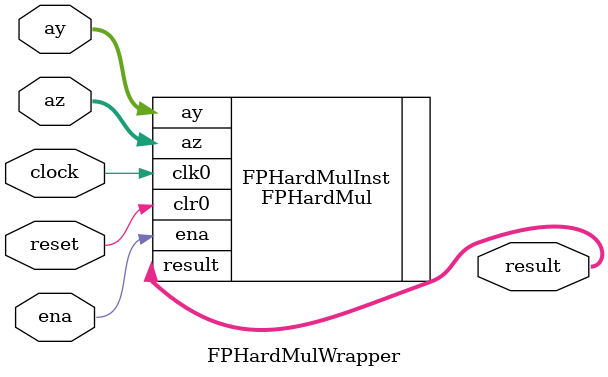
<source format=v>
module FPHardMulWrapper (
    input  wire        clock,
    input  wire        reset,
    input  wire        ena,
    input  wire [31:0] ay,
    input  wire [31:0] az,
    output wire [31:0] result
  );

  FPHardMul FPHardMulInst (
    .clk0(clock)
  , .ena(ena)
  , .clr0(reset)
  , .ay(ay)
  , .az(az)
  , .result(result)
  );
endmodule

</source>
